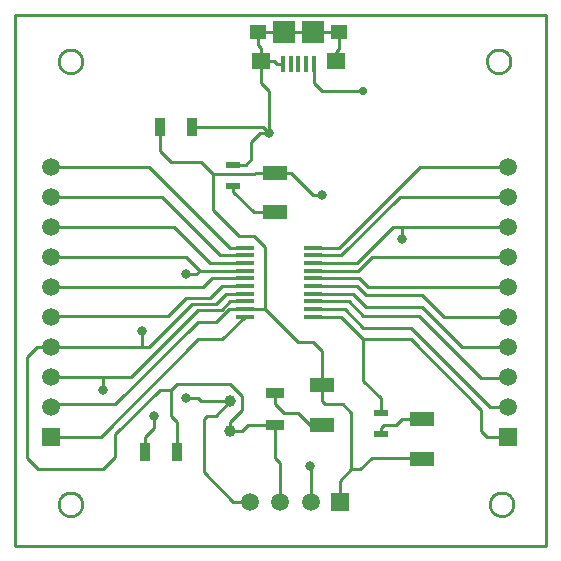
<source format=gtl>
%FSLAX43Y43*%
%MOMM*%
G71*
G01*
G75*
G04 Layer_Physical_Order=1*
G04 Layer_Color=255*
%ADD10R,2.000X1.250*%
%ADD11R,1.250X0.600*%
%ADD12R,1.600X0.900*%
G04:AMPARAMS|DCode=13|XSize=1.56mm|YSize=0.41mm|CornerRadius=0.051mm|HoleSize=0mm|Usage=FLASHONLY|Rotation=0.000|XOffset=0mm|YOffset=0mm|HoleType=Round|Shape=RoundedRectangle|*
%AMROUNDEDRECTD13*
21,1,1.560,0.308,0,0,0.0*
21,1,1.458,0.410,0,0,0.0*
1,1,0.102,0.729,-0.154*
1,1,0.102,-0.729,-0.154*
1,1,0.102,-0.729,0.154*
1,1,0.102,0.729,0.154*
%
%ADD13ROUNDEDRECTD13*%
%ADD14R,0.900X1.600*%
%ADD15R,1.900X1.900*%
%ADD16R,1.450X1.300*%
%ADD17R,1.600X1.400*%
%ADD18R,0.400X1.350*%
%ADD19C,0.254*%
%ADD20C,1.500*%
%ADD21R,1.500X1.500*%
%ADD22R,1.500X1.500*%
%ADD23C,1.000*%
%ADD24C,0.800*%
%ADD25C,0.700*%
D10*
X106000Y65250D02*
D03*
Y68625D02*
D03*
X114500Y65750D02*
D03*
Y62375D02*
D03*
X102000Y83250D02*
D03*
Y86625D02*
D03*
D11*
X111000Y66300D02*
D03*
Y64500D02*
D03*
X98500Y87300D02*
D03*
Y85500D02*
D03*
D12*
X102000Y67950D02*
D03*
Y65250D02*
D03*
D13*
X105242Y80268D02*
D03*
Y79618D02*
D03*
Y78968D02*
D03*
Y78318D02*
D03*
Y77668D02*
D03*
Y77018D02*
D03*
Y76368D02*
D03*
Y75718D02*
D03*
Y75068D02*
D03*
Y74418D02*
D03*
X99482D02*
D03*
Y75068D02*
D03*
Y75718D02*
D03*
Y76368D02*
D03*
Y77018D02*
D03*
Y77668D02*
D03*
Y78318D02*
D03*
Y78968D02*
D03*
Y79618D02*
D03*
Y80268D02*
D03*
D14*
X92300Y90500D02*
D03*
X95000D02*
D03*
X93700Y63000D02*
D03*
X91000D02*
D03*
D15*
X102800Y98500D02*
D03*
X105200D02*
D03*
D16*
X107425D02*
D03*
X100575D02*
D03*
D17*
X100800Y96050D02*
D03*
X107200D02*
D03*
D18*
X102700Y95825D02*
D03*
X103350D02*
D03*
X104000D02*
D03*
X104650D02*
D03*
X105300D02*
D03*
D19*
X105250Y84750D02*
X106000D01*
X103375Y86625D02*
X105250Y84750D01*
X106000Y93500D02*
X109500D01*
X92250Y68250D02*
X93250D01*
X88519Y64519D02*
X92250Y68250D01*
X88519Y62519D02*
Y64519D01*
X91750Y65000D02*
Y66000D01*
X91000Y64250D02*
X91750Y65000D01*
X91000Y63000D02*
Y64250D01*
X98500Y87300D02*
X99550D01*
X100000Y87750D01*
Y89250D01*
X100750Y90000D01*
X101500D01*
X106000Y68625D02*
Y71500D01*
X105250Y72250D02*
X106000Y71500D01*
X104000Y72250D02*
X105250D01*
X101182Y75068D02*
X104000Y72250D01*
X99482Y75068D02*
X101182D01*
X109500Y69000D02*
Y72500D01*
Y69000D02*
X111000Y67500D01*
Y66300D02*
Y67500D01*
X112750Y65750D02*
X114500D01*
X112250Y65250D02*
X112750Y65750D01*
X111250Y65250D02*
X112250D01*
X111000Y65000D02*
X111250Y65250D01*
X111000Y64500D02*
Y65000D01*
X114375Y62500D02*
X114500Y62375D01*
X110250Y62500D02*
X114375D01*
X109250Y61500D02*
X110250Y62500D01*
X108500Y61500D02*
X109250D01*
X112750Y82030D02*
X121750D01*
X112030D02*
X112750D01*
Y81000D02*
Y82030D01*
X112750Y81000D02*
X112750D01*
X105000Y61750D02*
X105050Y61700D01*
Y58750D02*
Y61700D01*
X106000Y67250D02*
Y68625D01*
Y67250D02*
X106250Y67000D01*
X107750D01*
X108500Y66250D01*
Y61500D02*
Y66250D01*
X107500Y60500D02*
X108500Y61500D01*
X107500Y58750D02*
Y60500D01*
X102420Y58750D02*
Y62080D01*
X102000Y62500D02*
X102420Y62080D01*
X102000Y62500D02*
X102000D01*
X102000D02*
Y65250D01*
X95750Y67250D02*
X98250D01*
X95500Y67500D02*
X95750Y67250D01*
X94500Y67500D02*
X95500D01*
X95364Y78000D02*
X95682Y78318D01*
X94500Y78000D02*
X95364D01*
X97000Y66000D02*
X98250Y67250D01*
X96250Y66000D02*
X97000D01*
X96000Y65750D02*
X96250Y66000D01*
X96000Y61250D02*
Y65750D01*
Y61250D02*
X98500Y58750D01*
X99880D01*
X105000Y65250D02*
X106000D01*
X104000Y66250D02*
X105000Y65250D01*
X102750Y66250D02*
X104000D01*
X102000Y67000D02*
X102750Y66250D01*
X102000Y67000D02*
Y67950D01*
X99750Y65250D02*
X102000D01*
X99250Y64750D02*
X99750Y65250D01*
X98250Y64750D02*
X99250D01*
X98175Y80268D02*
X99482D01*
X91321Y87122D02*
X98175Y80268D01*
X83058Y87122D02*
X91321D01*
X97382Y79618D02*
X99482D01*
X92418Y84582D02*
X97382Y79618D01*
X83058Y84582D02*
X92418D01*
X96532Y78968D02*
X99482D01*
X93500Y82000D02*
X96532Y78968D01*
X83100Y82000D02*
X93500D01*
X83058Y82042D02*
X83100Y82000D01*
X95682Y78318D02*
X99482D01*
X94500Y79500D02*
X95682Y78318D01*
X83060Y79500D02*
X94500D01*
X83058Y79502D02*
X83060Y79500D01*
X96668Y77668D02*
X99482D01*
X95962Y76962D02*
X96668Y77668D01*
X83058Y76962D02*
X95962D01*
X97518Y77018D02*
X99482D01*
X83058Y74422D02*
X83136Y74500D01*
X83058Y71882D02*
X83176Y72000D01*
X96500Y76000D02*
X97518Y77018D01*
X94500Y76000D02*
X96500D01*
X93000Y74500D02*
X94500Y76000D01*
X83136Y74500D02*
X93000D01*
X97868Y76368D02*
X99482D01*
X97000Y75500D02*
X97868Y76368D01*
X95000Y75500D02*
X97000D01*
X91382Y71882D02*
X95000Y75500D01*
X98218Y75718D02*
X99482D01*
X97500Y75000D02*
X98218Y75718D01*
X95500Y75000D02*
X97500D01*
X89842Y69342D02*
X95500Y75000D01*
X98107Y75068D02*
X99482D01*
X97039Y74000D02*
X98107Y75068D01*
X95500Y74000D02*
X97039D01*
X88500Y67000D02*
X95500Y74000D01*
X83256Y67000D02*
X88500D01*
X83058Y66802D02*
X83256Y67000D01*
X97564Y72500D02*
X99482Y74418D01*
X95500Y72500D02*
X97564D01*
X87262Y64262D02*
X95500Y72500D01*
X83058Y64262D02*
X87262D01*
X105242Y80268D02*
X107482D01*
X114324Y87110D01*
X121750D01*
X105242Y79618D02*
X107618D01*
X112570Y84570D01*
X121750D01*
X105242Y78968D02*
X108968D01*
X112030Y82030D01*
X105242Y78318D02*
X109068D01*
X110250Y79500D01*
X121740D01*
X121750Y79490D01*
X105242Y77668D02*
X109168D01*
X109886Y76950D01*
X121750D01*
X105242Y77018D02*
X108982D01*
X109750Y76250D01*
X114500D01*
X116340Y74410D01*
X121750D01*
X105242Y76368D02*
X108632D01*
X109750Y75250D01*
X114500D01*
X117880Y71870D01*
X121750D01*
X105242Y75718D02*
X108282D01*
X109500Y74500D01*
X114250D01*
X119500Y69250D01*
X121670D01*
X121750Y69330D01*
X105242Y75068D02*
X107932D01*
X109500Y73500D01*
X113500D01*
X120250Y66750D01*
X121710D01*
X121750Y66790D01*
X105242Y74418D02*
X107582D01*
X109500Y72500D01*
X113500D01*
X119500Y66500D01*
Y64750D02*
Y66500D01*
Y64750D02*
X120000Y64250D01*
X121750D01*
X100250Y83250D02*
X102000D01*
X98500Y85000D02*
X100250Y83250D01*
X98500Y85000D02*
Y85500D01*
X93700Y63000D02*
Y65550D01*
X93250Y66000D02*
X93700Y65550D01*
X93250Y66000D02*
Y68250D01*
X93750Y68750D01*
X98250D01*
X99250Y67750D01*
Y66500D02*
Y67750D01*
X98250Y65500D02*
X99250Y66500D01*
X98250Y64750D02*
Y65500D01*
X87500Y68250D02*
Y69342D01*
X83058D02*
X87500D01*
X89842D01*
X101500Y90000D02*
Y93500D01*
X100800Y94200D02*
X101500Y93500D01*
X101000Y90500D02*
X101500Y90000D01*
X95000Y90500D02*
X101000D01*
X102000Y86625D02*
X103375D01*
X100375D02*
X102000D01*
X100250Y86500D02*
X100375Y86625D01*
X96750Y86500D02*
X100250D01*
X95750Y87500D02*
X96750Y86500D01*
X93250Y87500D02*
X95750D01*
X92300Y88450D02*
X93250Y87500D01*
X92300Y88450D02*
Y90500D01*
X101182Y75068D02*
Y80318D01*
X100250Y81250D02*
X101182Y80318D01*
X99000Y81250D02*
X100250D01*
X96750Y83500D02*
X99000Y81250D01*
X96750Y83500D02*
Y86500D01*
X90750Y71882D02*
Y73250D01*
X83058Y71882D02*
X90750D01*
X91382D01*
X87500Y61500D02*
X88519Y62519D01*
X82000Y61500D02*
X87500D01*
X81000Y62500D02*
X82000Y61500D01*
X81000Y62500D02*
Y71000D01*
X81882Y71882D01*
X83058D01*
X100800Y94200D02*
Y96050D01*
Y97200D01*
X100575Y97425D02*
X100800Y97200D01*
X100575Y97425D02*
Y98500D01*
X102800D01*
X105200D01*
X107425D01*
Y97075D02*
Y98500D01*
X107200Y96850D02*
X107425Y97075D01*
X107200Y96050D02*
Y96850D01*
X105300Y94200D02*
Y95825D01*
Y94200D02*
X106000Y93500D01*
X102175Y95825D02*
X102700D01*
X101950Y96050D02*
X102175Y95825D01*
X100800Y96050D02*
X101950D01*
X85750Y96000D02*
G03*
X85750Y96000I-1000J0D01*
G01*
X122000D02*
G03*
X122000Y96000I-1000J0D01*
G01*
X85750Y58500D02*
G03*
X85750Y58500I-1000J0D01*
G01*
X122250D02*
G03*
X122250Y58500I-1000J0D01*
G01*
X80000Y55000D02*
X125000D01*
Y100000D01*
X80000Y55000D02*
Y100000D01*
X125000D01*
D20*
X99880Y58750D02*
D03*
X102420D02*
D03*
X105050D02*
D03*
X83058Y87122D02*
D03*
Y84582D02*
D03*
Y82042D02*
D03*
Y66802D02*
D03*
Y69342D02*
D03*
Y71882D02*
D03*
Y74422D02*
D03*
Y76962D02*
D03*
Y79502D02*
D03*
X121750Y87110D02*
D03*
Y84570D02*
D03*
Y82030D02*
D03*
Y66790D02*
D03*
Y69330D02*
D03*
Y71870D02*
D03*
Y74410D02*
D03*
Y76950D02*
D03*
Y79490D02*
D03*
D21*
X107500Y58750D02*
D03*
D22*
X83058Y64262D02*
D03*
X121750Y64250D02*
D03*
D23*
X98250Y67250D02*
D03*
Y64750D02*
D03*
D24*
X106000Y84750D02*
D03*
X91750Y66000D02*
D03*
X101500Y90000D02*
D03*
X105000Y61750D02*
D03*
X112750Y81000D02*
D03*
X94500Y67500D02*
D03*
Y78000D02*
D03*
X87500Y68250D02*
D03*
X90750Y73250D02*
D03*
D25*
X109500Y93500D02*
D03*
M02*

</source>
